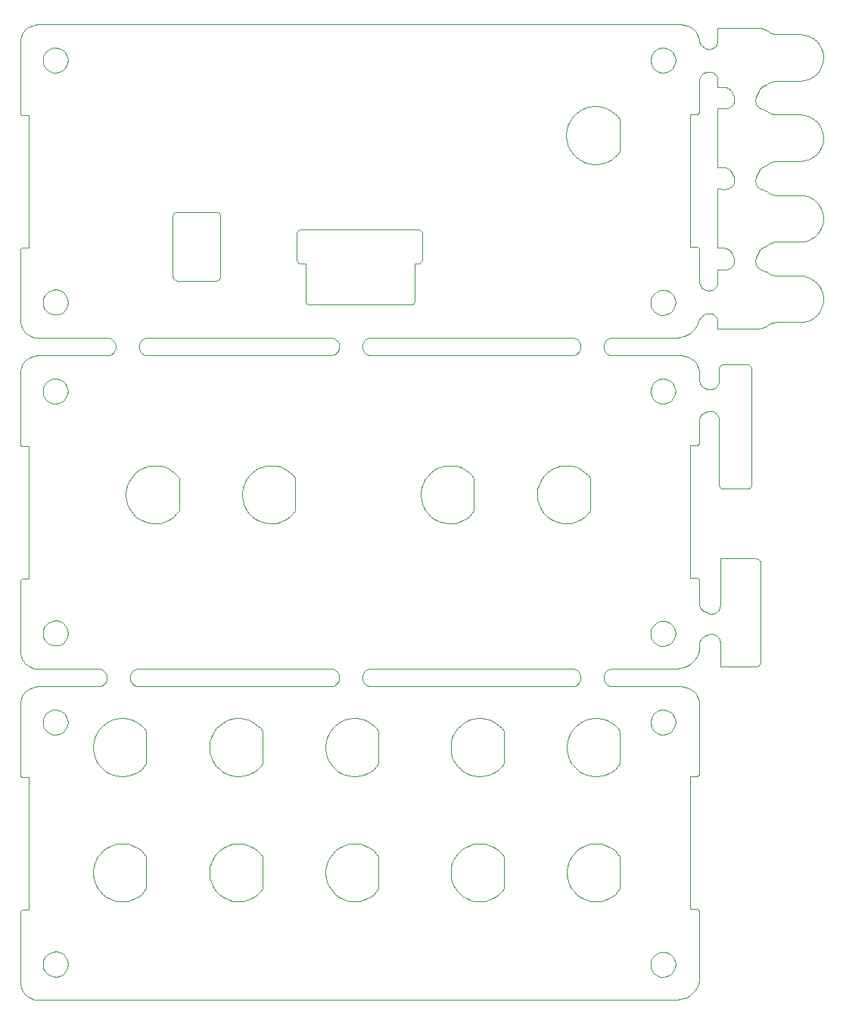
<source format=gko>
%MOIN*%
%OFA0B0*%
%FSLAX44Y44*%
%IPPOS*%
%LPD*%
%ADD10C,0*%
D10*
X00030732Y00040447D02*
X00030732Y00040447D01*
X00030732Y00040165D01*
X00030991Y00040165D01*
X00031013Y00040164D01*
X00031034Y00040163D01*
X00031056Y00040160D01*
X00031078Y00040155D01*
X00031099Y00040150D01*
X00031120Y00040143D01*
X00031140Y00040136D01*
X00031160Y00040127D01*
X00031180Y00040117D01*
X00031199Y00040106D01*
X00031217Y00040094D01*
X00031234Y00040081D01*
X00031251Y00040067D01*
X00031267Y00040052D01*
X00031282Y00040036D01*
X00031297Y00040019D01*
X00031310Y00040002D01*
X00031322Y00039984D01*
X00031334Y00039965D01*
X00031344Y00039946D01*
X00031422Y00039788D01*
X00031438Y00039751D01*
X00031450Y00039713D01*
X00031458Y00039674D01*
X00031462Y00039634D01*
X00031462Y00039594D01*
X00031458Y00039555D01*
X00031450Y00039515D01*
X00031438Y00039477D01*
X00031423Y00039441D01*
X00031403Y00039406D01*
X00031381Y00039373D01*
X00031355Y00039342D01*
X00031326Y00039315D01*
X00031294Y00039290D01*
X00031260Y00039269D01*
X00031224Y00039252D01*
X00031187Y00039238D01*
X00031148Y00039228D01*
X00031109Y00039222D01*
X00031069Y00039220D01*
X00030732Y00039220D01*
X00030732Y00036622D01*
X00030991Y00036622D01*
X00031013Y00036621D01*
X00031034Y00036619D01*
X00031056Y00036616D01*
X00031078Y00036612D01*
X00031099Y00036607D01*
X00031120Y00036600D01*
X00031140Y00036592D01*
X00031160Y00036583D01*
X00031180Y00036574D01*
X00031199Y00036562D01*
X00031217Y00036550D01*
X00031234Y00036537D01*
X00031251Y00036523D01*
X00031267Y00036508D01*
X00031282Y00036493D01*
X00031297Y00036476D01*
X00031310Y00036459D01*
X00031322Y00036441D01*
X00031334Y00036422D01*
X00031344Y00036402D01*
X00031422Y00036245D01*
X00031438Y00036208D01*
X00031450Y00036170D01*
X00031458Y00036131D01*
X00031462Y00036091D01*
X00031462Y00036051D01*
X00031458Y00036011D01*
X00031450Y00035972D01*
X00031438Y00035934D01*
X00031423Y00035897D01*
X00031403Y00035862D01*
X00031381Y00035829D01*
X00031355Y00035799D01*
X00031326Y00035772D01*
X00031294Y00035747D01*
X00031260Y00035726D01*
X00031224Y00035708D01*
X00031187Y00035694D01*
X00031148Y00035684D01*
X00031109Y00035678D01*
X00031069Y00035676D01*
X00030732Y00035677D01*
X00030732Y00033078D01*
X00030991Y00033078D01*
X00031013Y00033078D01*
X00031034Y00033076D01*
X00031056Y00033073D01*
X00031078Y00033069D01*
X00031099Y00033063D01*
X00031120Y00033057D01*
X00031140Y00033049D01*
X00031160Y00033040D01*
X00031180Y00033030D01*
X00031199Y00033019D01*
X00031217Y00033007D01*
X00031234Y00032994D01*
X00031251Y00032980D01*
X00031267Y00032965D01*
X00031282Y00032949D01*
X00031297Y00032933D01*
X00031310Y00032915D01*
X00031322Y00032897D01*
X00031334Y00032879D01*
X00031344Y00032859D01*
X00031422Y00032701D01*
X00031438Y00032665D01*
X00031450Y00032627D01*
X00031458Y00032587D01*
X00031462Y00032548D01*
X00031462Y00032508D01*
X00031458Y00032468D01*
X00031450Y00032429D01*
X00031438Y00032391D01*
X00031423Y00032354D01*
X00031403Y00032319D01*
X00031381Y00032286D01*
X00031355Y00032256D01*
X00031326Y00032228D01*
X00031294Y00032204D01*
X00031260Y00032183D01*
X00031224Y00032165D01*
X00031187Y00032151D01*
X00031148Y00032141D01*
X00031109Y00032135D01*
X00031069Y00032133D01*
X00030732Y00032133D01*
X00030732Y00031600D01*
X00030730Y00031563D01*
X00030725Y00031526D01*
X00030716Y00031490D01*
X00030704Y00031455D01*
X00030689Y00031421D01*
X00030671Y00031389D01*
X00030649Y00031358D01*
X00030625Y00031330D01*
X00030598Y00031304D01*
X00030570Y00031281D01*
X00030539Y00031261D01*
X00030506Y00031243D01*
X00030471Y00031229D01*
X00030436Y00031218D01*
X00030400Y00031211D01*
X00030363Y00031207D01*
X00030326Y00031206D01*
X00030289Y00031209D01*
X00030252Y00031215D01*
X00030216Y00031225D01*
X00030189Y00031234D01*
X00030166Y00031242D01*
X00030143Y00031252D01*
X00030121Y00031263D01*
X00030100Y00031276D01*
X00030079Y00031290D01*
X00030060Y00031305D01*
X00030041Y00031321D01*
X00030024Y00031339D01*
X00030007Y00031358D01*
X00029992Y00031377D01*
X00029978Y00031398D01*
X00029966Y00031419D01*
X00029954Y00031441D01*
X00029944Y00031464D01*
X00029936Y00031487D01*
X00029929Y00031511D01*
X00029924Y00031535D01*
X00029920Y00031559D01*
X00029918Y00031584D01*
X00029917Y00031609D01*
X00029917Y00033007D01*
X00029915Y00033026D01*
X00029911Y00033044D01*
X00029904Y00033061D01*
X00029894Y00033077D01*
X00029882Y00033091D01*
X00029868Y00033103D01*
X00029852Y00033113D01*
X00029835Y00033120D01*
X00029817Y00033124D01*
X00029799Y00033125D01*
X00029527Y00033125D01*
X00029527Y00038968D01*
X00029799Y00038968D01*
X00029817Y00038969D01*
X00029835Y00038974D01*
X00029852Y00038981D01*
X00029868Y00038991D01*
X00029882Y00039003D01*
X00029894Y00039017D01*
X00029904Y00039032D01*
X00029911Y00039050D01*
X00029915Y00039068D01*
X00029917Y00039086D01*
X00029917Y00040438D01*
X00029918Y00040462D01*
X00029920Y00040487D01*
X00029924Y00040512D01*
X00029929Y00040536D01*
X00029936Y00040559D01*
X00029944Y00040583D01*
X00029954Y00040605D01*
X00029966Y00040627D01*
X00029978Y00040649D01*
X00029992Y00040669D01*
X00030007Y00040689D01*
X00030024Y00040707D01*
X00030041Y00040725D01*
X00030060Y00040741D01*
X00030079Y00040756D01*
X00030100Y00040770D01*
X00030121Y00040783D01*
X00030143Y00040794D01*
X00030166Y00040804D01*
X00030189Y00040812D01*
X00030216Y00040821D01*
X00030252Y00040831D01*
X00030289Y00040837D01*
X00030326Y00040840D01*
X00030363Y00040840D01*
X00030400Y00040836D01*
X00030436Y00040828D01*
X00030471Y00040817D01*
X00030506Y00040803D01*
X00030539Y00040786D01*
X00030570Y00040765D01*
X00030598Y00040742D01*
X00030625Y00040716D01*
X00030649Y00040688D01*
X00030671Y00040658D01*
X00030689Y00040625D01*
X00030704Y00040592D01*
X00030716Y00040557D01*
X00030725Y00040520D01*
X00030730Y00040484D01*
X00030732Y00040447D01*
X00028344Y00030134D02*
X00028344Y00030134D01*
X00028225Y00030141D01*
X00028110Y00030173D01*
X00028005Y00030228D01*
X00027914Y00030305D01*
X00027842Y00030400D01*
X00027792Y00030509D01*
X00027767Y00030625D01*
X00027767Y00030744D01*
X00027792Y00030861D01*
X00027842Y00030969D01*
X00027914Y00031064D01*
X00028005Y00031141D01*
X00028110Y00031197D01*
X00028225Y00031228D01*
X00028344Y00031235D01*
X00028462Y00031216D01*
X00028573Y00031172D01*
X00028671Y00031105D01*
X00028753Y00031018D01*
X00028815Y00030916D01*
X00028853Y00030803D01*
X00028866Y00030685D01*
X00028853Y00030566D01*
X00028815Y00030453D01*
X00028753Y00030351D01*
X00028671Y00030264D01*
X00028573Y00030198D01*
X00028462Y00030153D01*
X00028344Y00030134D01*
X00001582Y00030144D02*
X00001582Y00030144D01*
X00001463Y00030150D01*
X00001349Y00030182D01*
X00001243Y00030238D01*
X00001152Y00030315D01*
X00001080Y00030410D01*
X00001030Y00030518D01*
X00001005Y00030635D01*
X00001005Y00030754D01*
X00001030Y00030870D01*
X00001080Y00030979D01*
X00001152Y00031073D01*
X00001243Y00031151D01*
X00001349Y00031206D01*
X00001463Y00031238D01*
X00001582Y00031245D01*
X00001700Y00031225D01*
X00001811Y00031181D01*
X00001909Y00031114D01*
X00001991Y00031028D01*
X00002053Y00030926D01*
X00002091Y00030813D01*
X00002104Y00030694D01*
X00002091Y00030576D01*
X00002053Y00030463D01*
X00001991Y00030361D01*
X00001909Y00030274D01*
X00001811Y00030207D01*
X00001700Y00030163D01*
X00001582Y00030144D01*
X00012769Y00030579D02*
X00012769Y00030579D01*
X00012738Y00030581D01*
X00012708Y00030589D01*
X00012680Y00030601D01*
X00012654Y00030617D01*
X00012630Y00030637D01*
X00012610Y00030660D01*
X00012594Y00030687D01*
X00012582Y00030715D01*
X00012575Y00030745D01*
X00012572Y00030776D01*
X00012572Y00032398D01*
X00012376Y00032398D01*
X00012345Y00032400D01*
X00012315Y00032408D01*
X00012286Y00032419D01*
X00012260Y00032436D01*
X00012236Y00032456D01*
X00012216Y00032479D01*
X00012200Y00032505D01*
X00012188Y00032534D01*
X00012181Y00032564D01*
X00012179Y00032595D01*
X00012179Y00033689D01*
X00012181Y00033720D01*
X00012188Y00033750D01*
X00012200Y00033779D01*
X00012216Y00033805D01*
X00012236Y00033828D01*
X00012260Y00033849D01*
X00012286Y00033865D01*
X00012315Y00033877D01*
X00012345Y00033884D01*
X00012376Y00033886D01*
X00017513Y00033886D01*
X00017544Y00033884D01*
X00017574Y00033877D01*
X00017603Y00033865D01*
X00017629Y00033849D01*
X00017653Y00033828D01*
X00017673Y00033805D01*
X00017689Y00033779D01*
X00017701Y00033750D01*
X00017708Y00033720D01*
X00017710Y00033689D01*
X00017710Y00032595D01*
X00017708Y00032564D01*
X00017701Y00032534D01*
X00017689Y00032505D01*
X00017673Y00032479D01*
X00017653Y00032456D01*
X00017629Y00032436D01*
X00017603Y00032419D01*
X00017574Y00032408D01*
X00017544Y00032400D01*
X00017513Y00032398D01*
X00017376Y00032398D01*
X00017376Y00030776D01*
X00017373Y00030745D01*
X00017366Y00030715D01*
X00017354Y00030687D01*
X00017338Y00030660D01*
X00017318Y00030637D01*
X00017294Y00030617D01*
X00017268Y00030601D01*
X00017240Y00030589D01*
X00017210Y00030581D01*
X00017179Y00030579D01*
X00012769Y00030579D01*
X00008635Y00031642D02*
X00008635Y00031642D01*
X00006923Y00031642D01*
X00006892Y00031644D01*
X00006862Y00031652D01*
X00006833Y00031664D01*
X00006807Y00031680D01*
X00006784Y00031700D01*
X00006764Y00031723D01*
X00006747Y00031750D01*
X00006736Y00031778D01*
X00006728Y00031808D01*
X00006726Y00031839D01*
X00006726Y00034477D01*
X00006728Y00034507D01*
X00006736Y00034538D01*
X00006747Y00034566D01*
X00006764Y00034592D01*
X00006784Y00034616D01*
X00006807Y00034636D01*
X00006833Y00034652D01*
X00006862Y00034664D01*
X00006892Y00034671D01*
X00006923Y00034674D01*
X00008635Y00034674D01*
X00008666Y00034671D01*
X00008696Y00034664D01*
X00008725Y00034652D01*
X00008751Y00034636D01*
X00008775Y00034616D01*
X00008795Y00034592D01*
X00008811Y00034566D01*
X00008823Y00034538D01*
X00008830Y00034507D01*
X00008832Y00034477D01*
X00008832Y00031839D01*
X00008830Y00031808D01*
X00008823Y00031778D01*
X00008811Y00031750D01*
X00008795Y00031723D01*
X00008775Y00031700D01*
X00008751Y00031680D01*
X00008725Y00031664D01*
X00008696Y00031652D01*
X00008666Y00031644D01*
X00008635Y00031642D01*
X00025421Y00036764D02*
X00025421Y00036764D01*
X00025253Y00036764D01*
X00025087Y00036786D01*
X00024926Y00036830D01*
X00024771Y00036894D01*
X00024627Y00036978D01*
X00024494Y00037080D01*
X00024376Y00037198D01*
X00024274Y00037331D01*
X00024190Y00037476D01*
X00024126Y00037630D01*
X00024083Y00037792D01*
X00024061Y00037958D01*
X00024061Y00038125D01*
X00024083Y00038291D01*
X00024126Y00038452D01*
X00024190Y00038607D01*
X00024274Y00038752D01*
X00024376Y00038885D01*
X00024494Y00039003D01*
X00024627Y00039105D01*
X00024771Y00039189D01*
X00024926Y00039253D01*
X00025087Y00039296D01*
X00025253Y00039318D01*
X00025421Y00039318D01*
X00025587Y00039297D01*
X00025748Y00039254D01*
X00025903Y00039190D01*
X00026048Y00039106D01*
X00026181Y00039005D01*
X00026299Y00038887D01*
X00026401Y00038754D01*
X00026401Y00037329D01*
X00026299Y00037196D01*
X00026181Y00037078D01*
X00026048Y00036976D01*
X00025903Y00036893D01*
X00025748Y00036829D01*
X00025587Y00036786D01*
X00025421Y00036764D01*
X00028354Y00040794D02*
X00028354Y00040794D01*
X00028235Y00040800D01*
X00028120Y00040832D01*
X00028015Y00040888D01*
X00027924Y00040965D01*
X00027852Y00041060D01*
X00027802Y00041168D01*
X00027776Y00041284D01*
X00027776Y00041404D01*
X00027802Y00041520D01*
X00027852Y00041628D01*
X00027924Y00041723D01*
X00028015Y00041800D01*
X00028120Y00041856D01*
X00028235Y00041888D01*
X00028354Y00041894D01*
X00028472Y00041875D01*
X00028582Y00041831D01*
X00028681Y00041764D01*
X00028763Y00041678D01*
X00028825Y00041575D01*
X00028863Y00041462D01*
X00028875Y00041344D01*
X00028875Y00041344D01*
X00028863Y00041226D01*
X00028825Y00041113D01*
X00028763Y00041010D01*
X00028681Y00040924D01*
X00028582Y00040857D01*
X00028472Y00040813D01*
X00028354Y00040794D01*
X00001582Y00040794D02*
X00001582Y00040794D01*
X00001463Y00040800D01*
X00001349Y00040832D01*
X00001243Y00040888D01*
X00001152Y00040965D01*
X00001080Y00041060D01*
X00001030Y00041168D01*
X00001005Y00041284D01*
X00001005Y00041404D01*
X00001030Y00041520D01*
X00001080Y00041628D01*
X00001152Y00041723D01*
X00001243Y00041800D01*
X00001349Y00041856D01*
X00001463Y00041888D01*
X00001582Y00041894D01*
X00001700Y00041875D01*
X00001811Y00041831D01*
X00001909Y00041764D01*
X00001991Y00041678D01*
X00002053Y00041575D01*
X00002091Y00041462D01*
X00002104Y00041344D01*
X00002104Y00041344D01*
X00002091Y00041226D01*
X00002053Y00041113D01*
X00001991Y00041010D01*
X00001909Y00040924D01*
X00001811Y00040857D01*
X00001700Y00040813D01*
X00001582Y00040794D01*
X00026097Y00029137D02*
X00026097Y00029137D01*
X00028937Y00029137D01*
X00029090Y00029149D01*
X00029239Y00029185D01*
X00029382Y00029244D01*
X00029513Y00029325D01*
X00029630Y00029424D01*
X00029730Y00029541D01*
X00029810Y00029673D01*
X00029869Y00029815D01*
X00029872Y00029829D01*
X00029875Y00029840D01*
X00029878Y00029850D01*
X00029881Y00029861D01*
X00029885Y00029872D01*
X00029889Y00029882D01*
X00029893Y00029893D01*
X00029898Y00029903D01*
X00029903Y00029913D01*
X00029908Y00029923D01*
X00029913Y00029933D01*
X00029919Y00029942D01*
X00029925Y00029952D01*
X00029931Y00029961D01*
X00029938Y00029970D01*
X00029945Y00029979D01*
X00029952Y00029988D01*
X00029959Y00029996D01*
X00029966Y00030005D01*
X00029974Y00030013D01*
X00029982Y00030021D01*
X00030065Y00030101D01*
X00030100Y00030130D01*
X00030138Y00030156D01*
X00030179Y00030177D01*
X00030222Y00030193D01*
X00030267Y00030204D01*
X00030313Y00030210D01*
X00030359Y00030210D01*
X00030404Y00030205D01*
X00030449Y00030195D01*
X00030492Y00030179D01*
X00030533Y00030159D01*
X00030572Y00030133D01*
X00030607Y00030104D01*
X00030639Y00030071D01*
X00030667Y00030034D01*
X00030690Y00029994D01*
X00030708Y00029952D01*
X00030721Y00029908D01*
X00030729Y00029863D01*
X00030732Y00029817D01*
X00030732Y00029535D01*
X00032523Y00029536D01*
X00032569Y00029539D01*
X00032616Y00029544D01*
X00032662Y00029553D01*
X00032707Y00029564D01*
X00032751Y00029578D01*
X00032795Y00029595D01*
X00032837Y00029615D01*
X00032879Y00029637D01*
X00032918Y00029662D01*
X00032956Y00029689D01*
X00032989Y00029712D01*
X00033024Y00029732D01*
X00033059Y00029751D01*
X00033096Y00029767D01*
X00033133Y00029781D01*
X00033172Y00029792D01*
X00033211Y00029801D01*
X00033250Y00029807D01*
X00033290Y00029811D01*
X00033330Y00029812D01*
X00034354Y00029812D01*
X00034354Y00029811D01*
X00034522Y00029825D01*
X00034686Y00029867D01*
X00034841Y00029935D01*
X00034982Y00030027D01*
X00035107Y00030142D01*
X00035210Y00030275D01*
X00035291Y00030424D01*
X00035346Y00030583D01*
X00035373Y00030750D01*
X00035373Y00030919D01*
X00035346Y00031086D01*
X00035291Y00031246D01*
X00035210Y00031394D01*
X00035107Y00031528D01*
X00034982Y00031642D01*
X00034841Y00031734D01*
X00034686Y00031802D01*
X00034522Y00031844D01*
X00034354Y00031858D01*
X00033330Y00031858D01*
X00033289Y00031859D01*
X00033248Y00031863D01*
X00033208Y00031869D01*
X00033168Y00031879D01*
X00033129Y00031890D01*
X00033090Y00031905D01*
X00033053Y00031921D01*
X00033017Y00031940D01*
X00032982Y00031962D01*
X00032948Y00031986D01*
X00032911Y00032012D01*
X00032872Y00032035D01*
X00032831Y00032057D01*
X00032789Y00032076D01*
X00032747Y00032092D01*
X00032703Y00032105D01*
X00032692Y00032108D01*
X00032659Y00032117D01*
X00032627Y00032130D01*
X00032596Y00032145D01*
X00032567Y00032163D01*
X00032539Y00032184D01*
X00032513Y00032207D01*
X00032489Y00032232D01*
X00032468Y00032259D01*
X00032448Y00032287D01*
X00032432Y00032318D01*
X00032418Y00032349D01*
X00032407Y00032382D01*
X00032399Y00032416D01*
X00032394Y00032450D01*
X00032392Y00032485D01*
X00032393Y00032519D01*
X00032397Y00032553D01*
X00032404Y00032587D01*
X00032414Y00032620D01*
X00032427Y00032652D01*
X00032549Y00032922D01*
X00032555Y00032936D01*
X00032562Y00032949D01*
X00032570Y00032962D01*
X00032578Y00032975D01*
X00032587Y00032988D01*
X00032596Y00033000D01*
X00032605Y00033012D01*
X00032615Y00033024D01*
X00032626Y00033035D01*
X00032637Y00033045D01*
X00032648Y00033056D01*
X00032659Y00033066D01*
X00032672Y00033075D01*
X00032684Y00033084D01*
X00032697Y00033092D01*
X00032710Y00033100D01*
X00032723Y00033108D01*
X00032737Y00033114D01*
X00032751Y00033121D01*
X00032765Y00033127D01*
X00032795Y00033138D01*
X00032837Y00033158D01*
X00032879Y00033180D01*
X00032918Y00033205D01*
X00032956Y00033233D01*
X00032989Y00033255D01*
X00033024Y00033276D01*
X00033059Y00033294D01*
X00033096Y00033310D01*
X00033133Y00033324D01*
X00033172Y00033335D01*
X00033211Y00033344D01*
X00033250Y00033350D01*
X00033290Y00033354D01*
X00033330Y00033355D01*
X00034354Y00033355D01*
X00034354Y00033355D01*
X00034522Y00033369D01*
X00034686Y00033410D01*
X00034841Y00033478D01*
X00034982Y00033571D01*
X00035107Y00033685D01*
X00035210Y00033818D01*
X00035291Y00033967D01*
X00035346Y00034127D01*
X00035373Y00034293D01*
X00035373Y00034462D01*
X00035346Y00034629D01*
X00035291Y00034789D01*
X00035210Y00034938D01*
X00035107Y00035071D01*
X00034982Y00035185D01*
X00034841Y00035278D01*
X00034686Y00035346D01*
X00034522Y00035387D01*
X00034354Y00035401D01*
X00033330Y00035401D01*
X00033289Y00035402D01*
X00033248Y00035406D01*
X00033208Y00035413D01*
X00033168Y00035422D01*
X00033129Y00035434D01*
X00033090Y00035448D01*
X00033053Y00035465D01*
X00033017Y00035484D01*
X00032982Y00035505D01*
X00032948Y00035529D01*
X00032911Y00035555D01*
X00032872Y00035579D01*
X00032831Y00035600D01*
X00032789Y00035619D01*
X00032747Y00035635D01*
X00032703Y00035649D01*
X00032692Y00035651D01*
X00032659Y00035661D01*
X00032627Y00035673D01*
X00032596Y00035689D01*
X00032567Y00035707D01*
X00032539Y00035727D01*
X00032513Y00035750D01*
X00032489Y00035775D01*
X00032468Y00035802D01*
X00032448Y00035831D01*
X00032432Y00035861D01*
X00032418Y00035893D01*
X00032407Y00035926D01*
X00032399Y00035959D01*
X00032394Y00035993D01*
X00032392Y00036028D01*
X00032393Y00036062D01*
X00032397Y00036097D01*
X00032404Y00036130D01*
X00032414Y00036164D01*
X00032427Y00036196D01*
X00032549Y00036465D01*
X00032555Y00036479D01*
X00032562Y00036492D01*
X00032570Y00036506D01*
X00032578Y00036519D01*
X00032587Y00036531D01*
X00032596Y00036543D01*
X00032605Y00036555D01*
X00032615Y00036567D01*
X00032626Y00036578D01*
X00032637Y00036589D01*
X00032648Y00036599D01*
X00032659Y00036609D01*
X00032672Y00036618D01*
X00032684Y00036627D01*
X00032697Y00036636D01*
X00032710Y00036643D01*
X00032723Y00036651D01*
X00032737Y00036658D01*
X00032751Y00036664D01*
X00032765Y00036670D01*
X00032795Y00036682D01*
X00032837Y00036701D01*
X00032879Y00036724D01*
X00032918Y00036749D01*
X00032956Y00036776D01*
X00032989Y00036799D01*
X00033024Y00036819D01*
X00033059Y00036837D01*
X00033096Y00036853D01*
X00033133Y00036867D01*
X00033172Y00036878D01*
X00033211Y00036887D01*
X00033250Y00036894D01*
X00033290Y00036897D01*
X00033330Y00036899D01*
X00034354Y00036899D01*
X00034354Y00036898D01*
X00034522Y00036912D01*
X00034686Y00036954D01*
X00034841Y00037021D01*
X00034982Y00037114D01*
X00035107Y00037228D01*
X00035210Y00037362D01*
X00035291Y00037510D01*
X00035346Y00037670D01*
X00035373Y00037837D01*
X00035373Y00038006D01*
X00035346Y00038172D01*
X00035291Y00038332D01*
X00035210Y00038481D01*
X00035107Y00038614D01*
X00034982Y00038729D01*
X00034841Y00038821D01*
X00034686Y00038889D01*
X00034522Y00038930D01*
X00034354Y00038944D01*
X00033330Y00038944D01*
X00033289Y00038946D01*
X00033248Y00038950D01*
X00033208Y00038956D01*
X00033168Y00038965D01*
X00033129Y00038977D01*
X00033090Y00038991D01*
X00033053Y00039008D01*
X00033017Y00039027D01*
X00032982Y00039048D01*
X00032948Y00039072D01*
X00032911Y00039098D01*
X00032872Y00039122D01*
X00032831Y00039143D01*
X00032789Y00039162D01*
X00032747Y00039178D01*
X00032703Y00039192D01*
X00032692Y00039194D01*
X00032659Y00039204D01*
X00032627Y00039217D01*
X00032596Y00039232D01*
X00032567Y00039250D01*
X00032539Y00039270D01*
X00032513Y00039293D01*
X00032489Y00039318D01*
X00032468Y00039345D01*
X00032448Y00039374D01*
X00032432Y00039404D01*
X00032418Y00039436D01*
X00032407Y00039469D01*
X00032399Y00039502D01*
X00032394Y00039537D01*
X00032392Y00039571D01*
X00032393Y00039606D01*
X00032397Y00039640D01*
X00032404Y00039674D01*
X00032414Y00039707D01*
X00032427Y00039739D01*
X00032549Y00040008D01*
X00032555Y00040022D01*
X00032562Y00040036D01*
X00032570Y00040049D01*
X00032578Y00040062D01*
X00032587Y00040074D01*
X00032596Y00040087D01*
X00032605Y00040099D01*
X00032615Y00040110D01*
X00032626Y00040121D01*
X00032637Y00040132D01*
X00032648Y00040142D01*
X00032659Y00040152D01*
X00032672Y00040162D01*
X00032684Y00040170D01*
X00032697Y00040179D01*
X00032710Y00040187D01*
X00032723Y00040194D01*
X00032737Y00040201D01*
X00032751Y00040207D01*
X00032765Y00040213D01*
X00032795Y00040225D01*
X00032837Y00040245D01*
X00032879Y00040267D01*
X00032918Y00040292D01*
X00032956Y00040319D01*
X00032989Y00040342D01*
X00033024Y00040362D01*
X00033059Y00040381D01*
X00033096Y00040397D01*
X00033133Y00040410D01*
X00033172Y00040422D01*
X00033211Y00040431D01*
X00033250Y00040437D01*
X00033290Y00040441D01*
X00033330Y00040442D01*
X00034354Y00040442D01*
X00034354Y00040441D01*
X00034522Y00040455D01*
X00034686Y00040497D01*
X00034841Y00040565D01*
X00034982Y00040657D01*
X00035107Y00040772D01*
X00035210Y00040905D01*
X00035291Y00041054D01*
X00035346Y00041213D01*
X00035373Y00041380D01*
X00035373Y00041549D01*
X00035346Y00041716D01*
X00035291Y00041876D01*
X00035210Y00042024D01*
X00035107Y00042158D01*
X00034982Y00042272D01*
X00034841Y00042364D01*
X00034686Y00042432D01*
X00034522Y00042474D01*
X00034354Y00042488D01*
X00033330Y00042488D01*
X00033289Y00042489D01*
X00033248Y00042493D01*
X00033208Y00042499D01*
X00033168Y00042509D01*
X00033129Y00042520D01*
X00033090Y00042535D01*
X00033053Y00042551D01*
X00033017Y00042570D01*
X00032982Y00042592D01*
X00032948Y00042615D01*
X00032911Y00042642D01*
X00032872Y00042665D01*
X00032831Y00042687D01*
X00032789Y00042705D01*
X00032747Y00042722D01*
X00032703Y00042735D01*
X00032658Y00042746D01*
X00032613Y00042754D01*
X00032568Y00042759D01*
X00032522Y00042762D01*
X00030732Y00042763D01*
X00030732Y00042229D01*
X00030729Y00042184D01*
X00030721Y00042138D01*
X00030708Y00042094D01*
X00030690Y00042052D01*
X00030666Y00042012D01*
X00030639Y00041975D01*
X00030607Y00041942D01*
X00030572Y00041913D01*
X00030533Y00041888D01*
X00030492Y00041867D01*
X00030449Y00041852D01*
X00030404Y00041841D01*
X00030358Y00041836D01*
X00030312Y00041837D01*
X00030267Y00041842D01*
X00030222Y00041853D01*
X00030179Y00041869D01*
X00030138Y00041890D01*
X00030100Y00041916D01*
X00030065Y00041946D01*
X00030028Y00041982D01*
X00030017Y00041992D01*
X00030008Y00042002D01*
X00029998Y00042013D01*
X00029989Y00042024D01*
X00029981Y00042036D01*
X00029973Y00042048D01*
X00029965Y00042060D01*
X00029958Y00042072D01*
X00029951Y00042085D01*
X00029945Y00042097D01*
X00029939Y00042110D01*
X00029933Y00042124D01*
X00029929Y00042137D01*
X00029924Y00042151D01*
X00029920Y00042164D01*
X00029917Y00042178D01*
X00029914Y00042192D01*
X00029912Y00042206D01*
X00029910Y00042220D01*
X00029908Y00042235D01*
X00029907Y00042249D01*
X00029878Y00042369D01*
X00029831Y00042483D01*
X00029766Y00042588D01*
X00029686Y00042682D01*
X00029592Y00042763D01*
X00029487Y00042827D01*
X00029373Y00042874D01*
X00029253Y00042903D01*
X00029129Y00042913D01*
X00000787Y00042913D01*
X00000664Y00042903D01*
X00000544Y00042874D01*
X00000429Y00042827D01*
X00000324Y00042763D01*
X00000230Y00042682D01*
X00000150Y00042588D01*
X00000085Y00042483D01*
X00000038Y00042369D01*
X00000009Y00042249D01*
X00000000Y00042125D01*
X00000000Y00039047D01*
X00000001Y00039028D01*
X00000005Y00039010D01*
X00000012Y00038993D01*
X00000022Y00038977D01*
X00000034Y00038963D01*
X00000048Y00038951D01*
X00000064Y00038942D01*
X00000081Y00038934D01*
X00000099Y00038930D01*
X00000118Y00038929D01*
X00000389Y00038929D01*
X00000389Y00033086D01*
X00000118Y00033086D01*
X00000099Y00033085D01*
X00000081Y00033080D01*
X00000064Y00033073D01*
X00000048Y00033064D01*
X00000034Y00033052D01*
X00000022Y00033037D01*
X00000012Y00033022D01*
X00000005Y00033005D01*
X00000001Y00032986D01*
X00000000Y00032968D01*
X00000000Y00029921D01*
X00000009Y00029798D01*
X00000038Y00029677D01*
X00000085Y00029563D01*
X00000150Y00029458D01*
X00000230Y00029364D01*
X00000324Y00029284D01*
X00000429Y00029219D01*
X00000544Y00029172D01*
X00000664Y00029143D01*
X00000787Y00029133D01*
X00003822Y00029134D01*
X00003822Y00029134D01*
X00003863Y00029132D01*
X00003904Y00029125D01*
X00003943Y00029115D01*
X00003982Y00029100D01*
X00004018Y00029081D01*
X00004053Y00029059D01*
X00004085Y00029033D01*
X00004114Y00029005D01*
X00004140Y00028973D01*
X00004162Y00028938D01*
X00004181Y00028902D01*
X00004196Y00028864D01*
X00004207Y00028824D01*
X00004213Y00028784D01*
X00004216Y00028743D01*
X00004214Y00028702D01*
X00004208Y00028661D01*
X00004197Y00028621D01*
X00004183Y00028583D01*
X00004165Y00028546D01*
X00004164Y00028546D01*
X00004154Y00028528D01*
X00004142Y00028511D01*
X00004130Y00028494D01*
X00004116Y00028478D01*
X00004102Y00028463D01*
X00004087Y00028449D01*
X00004071Y00028435D01*
X00004055Y00028422D01*
X00004038Y00028410D01*
X00004020Y00028400D01*
X00004002Y00028390D01*
X00003983Y00028381D01*
X00003964Y00028373D01*
X00003944Y00028366D01*
X00003925Y00028360D01*
X00003904Y00028355D01*
X00003884Y00028351D01*
X00003863Y00028348D01*
X00003843Y00028347D01*
X00003822Y00028346D01*
X00003822Y00028346D01*
X00000787Y00028346D01*
X00000664Y00028336D01*
X00000544Y00028307D01*
X00000429Y00028260D01*
X00000324Y00028196D01*
X00000230Y00028115D01*
X00000150Y00028021D01*
X00000085Y00027916D01*
X00000038Y00027802D01*
X00000009Y00027682D01*
X00000000Y00027559D01*
X00000000Y00024480D01*
X00000001Y00024461D01*
X00000005Y00024443D01*
X00000012Y00024426D01*
X00000022Y00024410D01*
X00000034Y00024396D01*
X00000048Y00024384D01*
X00000064Y00024375D01*
X00000081Y00024367D01*
X00000099Y00024363D01*
X00000118Y00024362D01*
X00000389Y00024362D01*
X00000389Y00018519D01*
X00000118Y00018519D01*
X00000099Y00018518D01*
X00000081Y00018513D01*
X00000064Y00018506D01*
X00000048Y00018497D01*
X00000034Y00018485D01*
X00000022Y00018471D01*
X00000012Y00018455D01*
X00000005Y00018438D01*
X00000001Y00018420D01*
X00000000Y00018401D01*
X00000000Y00015354D01*
X00000009Y00015231D01*
X00000038Y00015111D01*
X00000085Y00014996D01*
X00000150Y00014891D01*
X00000230Y00014797D01*
X00000324Y00014717D01*
X00000429Y00014652D01*
X00000544Y00014605D01*
X00000664Y00014576D01*
X00000787Y00014566D01*
X00003428Y00014567D01*
X00003470Y00014565D01*
X00003510Y00014558D01*
X00003550Y00014547D01*
X00003589Y00014533D01*
X00003626Y00014514D01*
X00003660Y00014491D01*
X00003692Y00014465D01*
X00003722Y00014436D01*
X00003747Y00014404D01*
X00003770Y00014369D01*
X00003789Y00014332D01*
X00003803Y00014293D01*
X00003814Y00014253D01*
X00003820Y00014213D01*
X00003822Y00014171D01*
X00003820Y00014130D01*
X00003813Y00014089D01*
X00003802Y00014049D01*
X00003787Y00014011D01*
X00003768Y00013974D01*
X00003768Y00013974D01*
X00003757Y00013956D01*
X00003745Y00013940D01*
X00003733Y00013923D01*
X00003719Y00013908D01*
X00003705Y00013893D01*
X00003690Y00013879D01*
X00003675Y00013866D01*
X00003658Y00013853D01*
X00003641Y00013842D01*
X00003624Y00013831D01*
X00003606Y00013821D01*
X00003587Y00013813D01*
X00003568Y00013805D01*
X00003549Y00013798D01*
X00003529Y00013792D01*
X00003509Y00013788D01*
X00003489Y00013784D01*
X00003469Y00013781D01*
X00003449Y00013780D01*
X00003428Y00013779D01*
X00000787Y00013779D01*
X00000664Y00013769D01*
X00000544Y00013740D01*
X00000429Y00013693D01*
X00000324Y00013629D01*
X00000230Y00013548D01*
X00000150Y00013454D01*
X00000085Y00013349D01*
X00000038Y00013235D01*
X00000009Y00013115D01*
X00000000Y00012992D01*
X00000000Y00009913D01*
X00000001Y00009894D01*
X00000005Y00009876D01*
X00000012Y00009859D01*
X00000022Y00009843D01*
X00000034Y00009829D01*
X00000048Y00009817D01*
X00000064Y00009808D01*
X00000081Y00009801D01*
X00000099Y00009796D01*
X00000118Y00009795D01*
X00000389Y00009795D01*
X00000389Y00003952D01*
X00000118Y00003952D01*
X00000099Y00003951D01*
X00000081Y00003946D01*
X00000064Y00003939D01*
X00000048Y00003930D01*
X00000034Y00003918D01*
X00000022Y00003904D01*
X00000012Y00003888D01*
X00000005Y00003871D01*
X00000001Y00003853D01*
X00000000Y00003834D01*
X00000000Y00000787D01*
X00000009Y00000664D01*
X00000038Y00000544D01*
X00000085Y00000429D01*
X00000150Y00000324D01*
X00000230Y00000230D01*
X00000324Y00000150D01*
X00000429Y00000085D01*
X00000544Y00000038D01*
X00000664Y00000009D01*
X00000787Y00000000D01*
X00028937Y00000003D01*
X00029090Y00000016D01*
X00029239Y00000051D01*
X00029382Y00000110D01*
X00029513Y00000191D01*
X00029630Y00000291D01*
X00029730Y00000408D01*
X00029810Y00000539D01*
X00029869Y00000681D01*
X00029905Y00000830D01*
X00029917Y00000984D01*
X00029917Y00003874D01*
X00029915Y00003892D01*
X00029911Y00003910D01*
X00029904Y00003927D01*
X00029894Y00003943D01*
X00029882Y00003957D01*
X00029868Y00003969D01*
X00029852Y00003979D01*
X00029835Y00003986D01*
X00029817Y00003990D01*
X00029799Y00003992D01*
X00029527Y00003992D01*
X00029527Y00009834D01*
X00029799Y00009834D01*
X00029817Y00009836D01*
X00029835Y00009840D01*
X00029852Y00009847D01*
X00029868Y00009857D01*
X00029882Y00009869D01*
X00029894Y00009883D01*
X00029904Y00009899D01*
X00029911Y00009916D01*
X00029915Y00009934D01*
X00029917Y00009952D01*
X00029917Y00012992D01*
X00029907Y00013115D01*
X00029878Y00013235D01*
X00029831Y00013349D01*
X00029766Y00013454D01*
X00029686Y00013548D01*
X00029592Y00013629D01*
X00029487Y00013693D01*
X00029373Y00013740D01*
X00029253Y00013769D01*
X00029129Y00013779D01*
X00026098Y00013779D01*
X00026098Y00013779D01*
X00026075Y00013780D01*
X00026052Y00013782D01*
X00026030Y00013785D01*
X00026007Y00013790D01*
X00025985Y00013796D01*
X00025963Y00013803D01*
X00025942Y00013812D01*
X00025921Y00013821D01*
X00025901Y00013832D01*
X00025881Y00013845D01*
X00025862Y00013858D01*
X00025844Y00013872D01*
X00025827Y00013888D01*
X00025811Y00013904D01*
X00025796Y00013921D01*
X00025781Y00013939D01*
X00025768Y00013958D01*
X00025756Y00013978D01*
X00025745Y00013998D01*
X00025736Y00014019D01*
X00025734Y00014023D01*
X00025721Y00014059D01*
X00025711Y00014097D01*
X00025705Y00014135D01*
X00025703Y00014174D01*
X00025705Y00014213D01*
X00025710Y00014251D01*
X00025720Y00014289D01*
X00025733Y00014325D01*
X00025749Y00014360D01*
X00025769Y00014394D01*
X00025792Y00014425D01*
X00025818Y00014454D01*
X00025846Y00014480D01*
X00025877Y00014503D01*
X00025911Y00014523D01*
X00025946Y00014540D01*
X00025982Y00014553D01*
X00026020Y00014562D01*
X00026058Y00014568D01*
X00026097Y00014570D01*
X00026097Y00014570D01*
X00028937Y00014570D01*
X00029090Y00014582D01*
X00029239Y00014618D01*
X00029382Y00014677D01*
X00029513Y00014758D01*
X00029630Y00014857D01*
X00029730Y00014974D01*
X00029810Y00015106D01*
X00029869Y00015248D01*
X00029905Y00015397D01*
X00029917Y00015551D01*
X00029917Y00015635D01*
X00029917Y00015656D01*
X00029919Y00015678D01*
X00029922Y00015700D01*
X00029926Y00015721D01*
X00029932Y00015742D01*
X00029938Y00015763D01*
X00029946Y00015783D01*
X00029955Y00015803D01*
X00029965Y00015823D01*
X00029976Y00015842D01*
X00029988Y00015860D01*
X00030001Y00015877D01*
X00030014Y00015894D01*
X00030029Y00015910D01*
X00030045Y00015925D01*
X00030061Y00015939D01*
X00030079Y00015953D01*
X00030097Y00015965D01*
X00030115Y00015976D01*
X00030134Y00015987D01*
X00030268Y00016054D01*
X00030305Y00016070D01*
X00030343Y00016082D01*
X00030382Y00016090D01*
X00030422Y00016095D01*
X00030462Y00016095D01*
X00030502Y00016091D01*
X00030541Y00016083D01*
X00030579Y00016071D01*
X00030616Y00016056D01*
X00030651Y00016036D01*
X00030684Y00016014D01*
X00030715Y00015988D01*
X00030742Y00015959D01*
X00030767Y00015927D01*
X00030788Y00015893D01*
X00030806Y00015857D01*
X00030820Y00015820D01*
X00030830Y00015781D01*
X00030836Y00015742D01*
X00030838Y00015702D01*
X00030838Y00014669D01*
X00032421Y00014669D01*
X00032452Y00014671D01*
X00032482Y00014678D01*
X00032510Y00014690D01*
X00032536Y00014706D01*
X00032560Y00014726D01*
X00032580Y00014750D01*
X00032596Y00014776D01*
X00032608Y00014805D01*
X00032615Y00014835D01*
X00032618Y00014866D01*
X00032618Y00019216D01*
X00032615Y00019247D01*
X00032608Y00019277D01*
X00032596Y00019305D01*
X00032580Y00019332D01*
X00032560Y00019355D01*
X00032536Y00019375D01*
X00032510Y00019391D01*
X00032482Y00019403D01*
X00032452Y00019410D01*
X00032421Y00019413D01*
X00030838Y00019413D01*
X00030838Y00017368D01*
X00030836Y00017328D01*
X00030830Y00017289D01*
X00030820Y00017250D01*
X00030806Y00017213D01*
X00030788Y00017177D01*
X00030767Y00017143D01*
X00030742Y00017111D01*
X00030715Y00017082D01*
X00030684Y00017056D01*
X00030651Y00017033D01*
X00030616Y00017014D01*
X00030579Y00016999D01*
X00030541Y00016987D01*
X00030502Y00016979D01*
X00030462Y00016975D01*
X00030422Y00016975D01*
X00030382Y00016980D01*
X00030343Y00016988D01*
X00030305Y00017000D01*
X00030268Y00017016D01*
X00030134Y00017083D01*
X00030115Y00017093D01*
X00030097Y00017105D01*
X00030079Y00017117D01*
X00030061Y00017130D01*
X00030045Y00017145D01*
X00030029Y00017160D01*
X00030014Y00017176D01*
X00030001Y00017193D01*
X00029988Y00017210D01*
X00029976Y00017228D01*
X00029965Y00017247D01*
X00029955Y00017267D01*
X00029946Y00017287D01*
X00029938Y00017307D01*
X00029932Y00017328D01*
X00029926Y00017349D01*
X00029922Y00017370D01*
X00029919Y00017392D01*
X00029917Y00017414D01*
X00029917Y00017435D01*
X00029917Y00018440D01*
X00029915Y00018459D01*
X00029911Y00018477D01*
X00029904Y00018494D01*
X00029894Y00018510D01*
X00029882Y00018524D01*
X00029868Y00018536D01*
X00029852Y00018546D01*
X00029835Y00018553D01*
X00029817Y00018557D01*
X00029799Y00018559D01*
X00029527Y00018559D01*
X00029527Y00024401D01*
X00029799Y00024401D01*
X00029817Y00024403D01*
X00029835Y00024407D01*
X00029852Y00024414D01*
X00029868Y00024424D01*
X00029882Y00024436D01*
X00029894Y00024450D01*
X00029904Y00024466D01*
X00029911Y00024483D01*
X00029915Y00024501D01*
X00029917Y00024519D01*
X00029917Y00025477D01*
X00029917Y00025500D01*
X00029919Y00025522D01*
X00029923Y00025545D01*
X00029927Y00025567D01*
X00029933Y00025589D01*
X00029940Y00025611D01*
X00029949Y00025632D01*
X00029958Y00025653D01*
X00029969Y00025673D01*
X00029981Y00025692D01*
X00029994Y00025711D01*
X00030008Y00025729D01*
X00030023Y00025746D01*
X00030039Y00025762D01*
X00030056Y00025777D01*
X00030073Y00025791D01*
X00030092Y00025804D01*
X00030111Y00025817D01*
X00030131Y00025828D01*
X00030152Y00025837D01*
X00030230Y00025872D01*
X00030267Y00025886D01*
X00030304Y00025896D01*
X00030343Y00025903D01*
X00030382Y00025905D01*
X00030421Y00025904D01*
X00030460Y00025899D01*
X00030498Y00025890D01*
X00030535Y00025878D01*
X00030570Y00025861D01*
X00030604Y00025842D01*
X00030636Y00025819D01*
X00030665Y00025793D01*
X00030692Y00025764D01*
X00030715Y00025733D01*
X00030735Y00025699D01*
X00030752Y00025664D01*
X00030766Y00025627D01*
X00030775Y00025590D01*
X00030781Y00025551D01*
X00030783Y00025512D01*
X00030783Y00022679D01*
X00030783Y00022679D01*
X00030785Y00022648D01*
X00030793Y00022618D01*
X00030804Y00022589D01*
X00030821Y00022563D01*
X00030841Y00022539D01*
X00030864Y00022519D01*
X00030890Y00022503D01*
X00030919Y00022491D01*
X00030949Y00022484D01*
X00030980Y00022482D01*
X00032015Y00022482D01*
X00032015Y00022482D01*
X00032046Y00022484D01*
X00032076Y00022491D01*
X00032105Y00022503D01*
X00032131Y00022519D01*
X00032154Y00022539D01*
X00032175Y00022563D01*
X00032191Y00022589D01*
X00032202Y00022618D01*
X00032210Y00022648D01*
X00032212Y00022679D01*
X00032212Y00027757D01*
X00032210Y00027788D01*
X00032202Y00027818D01*
X00032191Y00027847D01*
X00032175Y00027873D01*
X00032154Y00027897D01*
X00032131Y00027917D01*
X00032105Y00027933D01*
X00032076Y00027945D01*
X00032046Y00027952D01*
X00032015Y00027954D01*
X00030980Y00027954D01*
X00030949Y00027952D01*
X00030919Y00027945D01*
X00030890Y00027933D01*
X00030864Y00027917D01*
X00030841Y00027897D01*
X00030821Y00027873D01*
X00030804Y00027847D01*
X00030793Y00027818D01*
X00030785Y00027788D01*
X00030783Y00027757D01*
X00030783Y00027243D01*
X00030781Y00027204D01*
X00030775Y00027165D01*
X00030766Y00027127D01*
X00030752Y00027091D01*
X00030735Y00027055D01*
X00030715Y00027022D01*
X00030692Y00026991D01*
X00030665Y00026962D01*
X00030636Y00026936D01*
X00030604Y00026913D01*
X00030570Y00026894D01*
X00030535Y00026877D01*
X00030498Y00026865D01*
X00030460Y00026856D01*
X00030421Y00026851D01*
X00030382Y00026849D01*
X00030343Y00026852D01*
X00030304Y00026859D01*
X00030267Y00026869D01*
X00030230Y00026883D01*
X00030152Y00026918D01*
X00030131Y00026927D01*
X00030111Y00026938D01*
X00030092Y00026950D01*
X00030073Y00026964D01*
X00030056Y00026978D01*
X00030039Y00026993D01*
X00030023Y00027009D01*
X00030008Y00027026D01*
X00029994Y00027044D01*
X00029981Y00027063D01*
X00029969Y00027082D01*
X00029958Y00027102D01*
X00029949Y00027123D01*
X00029940Y00027144D01*
X00029933Y00027166D01*
X00029927Y00027188D01*
X00029923Y00027210D01*
X00029919Y00027232D01*
X00029917Y00027255D01*
X00029917Y00027278D01*
X00029917Y00027559D01*
X00029907Y00027682D01*
X00029878Y00027802D01*
X00029831Y00027916D01*
X00029766Y00028021D01*
X00029686Y00028115D01*
X00029592Y00028196D01*
X00029487Y00028260D01*
X00029373Y00028307D01*
X00029253Y00028336D01*
X00029129Y00028346D01*
X00026098Y00028346D01*
X00026075Y00028347D01*
X00026052Y00028349D01*
X00026030Y00028352D01*
X00026007Y00028357D01*
X00025985Y00028363D01*
X00025963Y00028370D01*
X00025942Y00028379D01*
X00025921Y00028388D01*
X00025901Y00028399D01*
X00025881Y00028411D01*
X00025862Y00028425D01*
X00025844Y00028439D01*
X00025827Y00028455D01*
X00025811Y00028471D01*
X00025796Y00028488D01*
X00025781Y00028506D01*
X00025768Y00028525D01*
X00025756Y00028545D01*
X00025745Y00028565D01*
X00025736Y00028586D01*
X00025734Y00028590D01*
X00025721Y00028626D01*
X00025711Y00028664D01*
X00025705Y00028702D01*
X00025703Y00028741D01*
X00025705Y00028780D01*
X00025710Y00028818D01*
X00025720Y00028856D01*
X00025733Y00028892D01*
X00025749Y00028927D01*
X00025769Y00028961D01*
X00025792Y00028992D01*
X00025818Y00029021D01*
X00025846Y00029047D01*
X00025877Y00029070D01*
X00025911Y00029090D01*
X00025946Y00029107D01*
X00025982Y00029120D01*
X00026020Y00029129D01*
X00026058Y00029135D01*
X00026097Y00029137D01*
X00028344Y00015567D02*
X00028344Y00015567D01*
X00028225Y00015574D01*
X00028110Y00015606D01*
X00028005Y00015661D01*
X00027914Y00015739D01*
X00027842Y00015833D01*
X00027792Y00015942D01*
X00027767Y00016058D01*
X00027767Y00016177D01*
X00027792Y00016294D01*
X00027842Y00016402D01*
X00027914Y00016497D01*
X00028005Y00016574D01*
X00028110Y00016630D01*
X00028225Y00016662D01*
X00028344Y00016668D01*
X00028462Y00016649D01*
X00028573Y00016605D01*
X00028671Y00016538D01*
X00028753Y00016451D01*
X00028815Y00016349D01*
X00028853Y00016236D01*
X00028866Y00016118D01*
X00028853Y00015999D01*
X00028815Y00015886D01*
X00028753Y00015784D01*
X00028671Y00015698D01*
X00028573Y00015631D01*
X00028462Y00015587D01*
X00028344Y00015567D01*
X00001582Y00015577D02*
X00001582Y00015577D01*
X00001463Y00015584D01*
X00001349Y00015615D01*
X00001243Y00015671D01*
X00001152Y00015748D01*
X00001080Y00015843D01*
X00001030Y00015951D01*
X00001005Y00016068D01*
X00001005Y00016187D01*
X00001030Y00016303D01*
X00001080Y00016412D01*
X00001152Y00016507D01*
X00001243Y00016584D01*
X00001349Y00016639D01*
X00001463Y00016671D01*
X00001582Y00016678D01*
X00001700Y00016659D01*
X00001811Y00016614D01*
X00001909Y00016548D01*
X00001991Y00016461D01*
X00002053Y00016359D01*
X00002091Y00016246D01*
X00002104Y00016127D01*
X00002091Y00016009D01*
X00002053Y00015896D01*
X00001991Y00015794D01*
X00001909Y00015707D01*
X00001811Y00015640D01*
X00001700Y00015596D01*
X00001582Y00015577D01*
X00019011Y00020955D02*
X00019011Y00020955D01*
X00018844Y00020955D01*
X00018678Y00020977D01*
X00018516Y00021020D01*
X00018362Y00021084D01*
X00018217Y00021168D01*
X00018084Y00021270D01*
X00017966Y00021388D01*
X00017864Y00021521D01*
X00017781Y00021666D01*
X00017717Y00021821D01*
X00017673Y00021982D01*
X00017652Y00022148D01*
X00017652Y00022315D01*
X00017673Y00022481D01*
X00017717Y00022643D01*
X00017781Y00022797D01*
X00017864Y00022942D01*
X00017966Y00023075D01*
X00018084Y00023194D01*
X00018217Y00023295D01*
X00018362Y00023379D01*
X00018516Y00023443D01*
X00018678Y00023487D01*
X00018844Y00023509D01*
X00019011Y00023509D01*
X00019177Y00023487D01*
X00019339Y00023444D01*
X00019493Y00023380D01*
X00019638Y00023297D01*
X00019771Y00023195D01*
X00019890Y00023077D01*
X00019992Y00022944D01*
X00019992Y00021519D01*
X00019890Y00021387D01*
X00019771Y00021268D01*
X00019638Y00021167D01*
X00019493Y00021083D01*
X00019339Y00021019D01*
X00019177Y00020976D01*
X00019011Y00020955D01*
X00024129Y00020955D02*
X00024129Y00020955D01*
X00023962Y00020955D01*
X00023796Y00020977D01*
X00023634Y00021020D01*
X00023480Y00021084D01*
X00023335Y00021168D01*
X00023202Y00021270D01*
X00023084Y00021388D01*
X00022982Y00021521D01*
X00022899Y00021666D01*
X00022835Y00021821D01*
X00022792Y00021982D01*
X00022770Y00022148D01*
X00022770Y00022315D01*
X00022792Y00022481D01*
X00022835Y00022643D01*
X00022899Y00022797D01*
X00022982Y00022942D01*
X00023084Y00023075D01*
X00023202Y00023194D01*
X00023335Y00023295D01*
X00023480Y00023379D01*
X00023634Y00023443D01*
X00023796Y00023487D01*
X00023962Y00023509D01*
X00024129Y00023509D01*
X00024295Y00023487D01*
X00024457Y00023444D01*
X00024611Y00023380D01*
X00024756Y00023297D01*
X00024889Y00023195D01*
X00025008Y00023077D01*
X00025110Y00022944D01*
X00025110Y00021519D01*
X00025008Y00021387D01*
X00024889Y00021268D01*
X00024756Y00021167D01*
X00024611Y00021083D01*
X00024457Y00021019D01*
X00024295Y00020976D01*
X00024129Y00020955D01*
X00006019Y00020955D02*
X00006019Y00020955D01*
X00005852Y00020955D01*
X00005686Y00020977D01*
X00005524Y00021020D01*
X00005370Y00021084D01*
X00005225Y00021168D01*
X00005092Y00021270D01*
X00004974Y00021388D01*
X00004872Y00021521D01*
X00004789Y00021666D01*
X00004725Y00021821D01*
X00004681Y00021982D01*
X00004659Y00022148D01*
X00004659Y00022315D01*
X00004681Y00022481D01*
X00004725Y00022643D01*
X00004789Y00022797D01*
X00004872Y00022942D01*
X00004974Y00023075D01*
X00005092Y00023194D01*
X00005225Y00023295D01*
X00005370Y00023379D01*
X00005524Y00023443D01*
X00005686Y00023487D01*
X00005852Y00023509D01*
X00006019Y00023509D01*
X00006185Y00023487D01*
X00006347Y00023444D01*
X00006501Y00023380D01*
X00006646Y00023297D01*
X00006779Y00023195D01*
X00006897Y00023077D01*
X00007000Y00022944D01*
X00007000Y00021519D01*
X00006897Y00021387D01*
X00006779Y00021268D01*
X00006646Y00021167D01*
X00006501Y00021083D01*
X00006347Y00021019D01*
X00006185Y00020976D01*
X00006019Y00020955D01*
X00011137Y00020955D02*
X00011137Y00020955D01*
X00010970Y00020955D01*
X00010804Y00020977D01*
X00010642Y00021020D01*
X00010488Y00021084D01*
X00010343Y00021168D01*
X00010210Y00021270D01*
X00010092Y00021388D01*
X00009990Y00021521D01*
X00009907Y00021666D01*
X00009843Y00021821D01*
X00009799Y00021982D01*
X00009778Y00022148D01*
X00009778Y00022315D01*
X00009799Y00022481D01*
X00009843Y00022643D01*
X00009907Y00022797D01*
X00009990Y00022942D01*
X00010092Y00023075D01*
X00010210Y00023194D01*
X00010343Y00023295D01*
X00010488Y00023379D01*
X00010642Y00023443D01*
X00010804Y00023487D01*
X00010970Y00023509D01*
X00011137Y00023509D01*
X00011303Y00023487D01*
X00011465Y00023444D01*
X00011619Y00023380D01*
X00011764Y00023297D01*
X00011897Y00023195D01*
X00012016Y00023077D01*
X00012118Y00022944D01*
X00012118Y00021519D01*
X00012016Y00021387D01*
X00011897Y00021268D01*
X00011764Y00021167D01*
X00011619Y00021083D01*
X00011465Y00021019D01*
X00011303Y00020976D01*
X00011137Y00020955D01*
X00028354Y00026227D02*
X00028354Y00026227D01*
X00028235Y00026233D01*
X00028120Y00026265D01*
X00028015Y00026321D01*
X00027924Y00026398D01*
X00027852Y00026493D01*
X00027802Y00026601D01*
X00027776Y00026717D01*
X00027776Y00026837D01*
X00027802Y00026953D01*
X00027852Y00027061D01*
X00027924Y00027156D01*
X00028015Y00027233D01*
X00028120Y00027289D01*
X00028235Y00027321D01*
X00028354Y00027327D01*
X00028472Y00027308D01*
X00028582Y00027264D01*
X00028681Y00027197D01*
X00028763Y00027111D01*
X00028825Y00027008D01*
X00028863Y00026896D01*
X00028875Y00026777D01*
X00028875Y00026777D01*
X00028863Y00026659D01*
X00028825Y00026546D01*
X00028763Y00026444D01*
X00028681Y00026357D01*
X00028582Y00026290D01*
X00028472Y00026246D01*
X00028354Y00026227D01*
X00001582Y00026227D02*
X00001582Y00026227D01*
X00001463Y00026233D01*
X00001349Y00026265D01*
X00001243Y00026321D01*
X00001152Y00026398D01*
X00001080Y00026493D01*
X00001030Y00026601D01*
X00001005Y00026717D01*
X00001005Y00026837D01*
X00001030Y00026953D01*
X00001080Y00027061D01*
X00001152Y00027156D01*
X00001243Y00027233D01*
X00001349Y00027289D01*
X00001463Y00027321D01*
X00001582Y00027327D01*
X00001700Y00027308D01*
X00001811Y00027264D01*
X00001909Y00027197D01*
X00001991Y00027111D01*
X00002053Y00027008D01*
X00002091Y00026896D01*
X00002104Y00026777D01*
X00002104Y00026777D01*
X00002091Y00026659D01*
X00002053Y00026546D01*
X00001991Y00026444D01*
X00001909Y00026357D01*
X00001811Y00026290D01*
X00001700Y00026246D01*
X00001582Y00026227D01*
X00005626Y00028346D02*
X00005626Y00028346D01*
X00013664Y00028346D01*
X00013687Y00028347D01*
X00013709Y00028348D01*
X00013731Y00028352D01*
X00013753Y00028356D01*
X00013774Y00028362D01*
X00013796Y00028368D01*
X00013816Y00028377D01*
X00013837Y00028386D01*
X00013856Y00028396D01*
X00013876Y00028407D01*
X00013894Y00028420D01*
X00013912Y00028433D01*
X00013929Y00028448D01*
X00013945Y00028463D01*
X00013960Y00028480D01*
X00013974Y00028497D01*
X00013988Y00028515D01*
X00014000Y00028533D01*
X00014011Y00028553D01*
X00014021Y00028573D01*
X00014022Y00028575D01*
X00014037Y00028611D01*
X00014048Y00028649D01*
X00014055Y00028688D01*
X00014059Y00028727D01*
X00014058Y00028767D01*
X00014054Y00028806D01*
X00014045Y00028845D01*
X00014033Y00028882D01*
X00014017Y00028918D01*
X00013997Y00028953D01*
X00013975Y00028985D01*
X00013949Y00029015D01*
X00013920Y00029042D01*
X00013888Y00029066D01*
X00013855Y00029087D01*
X00013819Y00029104D01*
X00013782Y00029117D01*
X00013744Y00029127D01*
X00013705Y00029133D01*
X00013665Y00029135D01*
X00005626Y00029134D01*
X00005626Y00029134D01*
X00005588Y00029132D01*
X00005551Y00029127D01*
X00005514Y00029118D01*
X00005479Y00029106D01*
X00005445Y00029090D01*
X00005412Y00029071D01*
X00005381Y00029049D01*
X00005353Y00029024D01*
X00005327Y00028997D01*
X00005304Y00028967D01*
X00005284Y00028936D01*
X00005267Y00028902D01*
X00005253Y00028867D01*
X00005243Y00028831D01*
X00005236Y00028794D01*
X00005232Y00028756D01*
X00005233Y00028719D01*
X00005236Y00028681D01*
X00005244Y00028644D01*
X00005255Y00028608D01*
X00005255Y00028608D01*
X00005264Y00028585D01*
X00005274Y00028563D01*
X00005286Y00028542D01*
X00005298Y00028521D01*
X00005312Y00028502D01*
X00005328Y00028483D01*
X00005344Y00028465D01*
X00005361Y00028448D01*
X00005380Y00028433D01*
X00005399Y00028418D01*
X00005419Y00028405D01*
X00005440Y00028393D01*
X00005462Y00028382D01*
X00005484Y00028372D01*
X00005507Y00028364D01*
X00005530Y00028358D01*
X00005554Y00028353D01*
X00005578Y00028349D01*
X00005602Y00028347D01*
X00005626Y00028346D01*
X00024296Y00014570D02*
X00024296Y00014570D01*
X00015468Y00014568D01*
X00015468Y00014568D01*
X00015429Y00014567D01*
X00015391Y00014561D01*
X00015353Y00014552D01*
X00015317Y00014539D01*
X00015282Y00014522D01*
X00015249Y00014502D01*
X00015218Y00014479D01*
X00015190Y00014453D01*
X00015164Y00014425D01*
X00015141Y00014394D01*
X00015121Y00014361D01*
X00015104Y00014326D01*
X00015091Y00014290D01*
X00015082Y00014252D01*
X00015076Y00014214D01*
X00015074Y00014176D01*
X00015076Y00014137D01*
X00015081Y00014099D01*
X00015091Y00014061D01*
X00015104Y00014025D01*
X00015104Y00014023D01*
X00015114Y00014002D01*
X00015125Y00013981D01*
X00015136Y00013961D01*
X00015149Y00013942D01*
X00015164Y00013924D01*
X00015179Y00013906D01*
X00015195Y00013889D01*
X00015212Y00013874D01*
X00015230Y00013859D01*
X00015249Y00013846D01*
X00015269Y00013833D01*
X00015289Y00013822D01*
X00015310Y00013812D01*
X00015332Y00013803D01*
X00015354Y00013796D01*
X00015376Y00013790D01*
X00015399Y00013785D01*
X00015422Y00013782D01*
X00015445Y00013780D01*
X00015469Y00013779D01*
X00015469Y00013779D01*
X00024294Y00013779D01*
X00024294Y00013779D01*
X00024317Y00013780D01*
X00024339Y00013782D01*
X00024361Y00013785D01*
X00024384Y00013789D01*
X00024405Y00013795D01*
X00024427Y00013802D01*
X00024448Y00013810D01*
X00024468Y00013819D01*
X00024488Y00013830D01*
X00024507Y00013842D01*
X00024526Y00013854D01*
X00024544Y00013868D01*
X00024561Y00013883D01*
X00024577Y00013899D01*
X00024592Y00013915D01*
X00024606Y00013933D01*
X00024619Y00013951D01*
X00024632Y00013970D01*
X00024643Y00013989D01*
X00024653Y00014010D01*
X00024654Y00014013D01*
X00024669Y00014049D01*
X00024679Y00014087D01*
X00024686Y00014126D01*
X00024689Y00014165D01*
X00024688Y00014204D01*
X00024684Y00014243D01*
X00024675Y00014282D01*
X00024663Y00014319D01*
X00024646Y00014355D01*
X00024627Y00014389D01*
X00024604Y00014421D01*
X00024578Y00014451D01*
X00024549Y00014477D01*
X00024518Y00014501D01*
X00024484Y00014522D01*
X00024449Y00014539D01*
X00024412Y00014552D01*
X00024374Y00014562D01*
X00024335Y00014568D01*
X00024296Y00014570D01*
X00028344Y00001000D02*
X00028344Y00001000D01*
X00028225Y00001007D01*
X00028110Y00001039D01*
X00028005Y00001094D01*
X00027914Y00001172D01*
X00027842Y00001267D01*
X00027792Y00001375D01*
X00027767Y00001491D01*
X00027767Y00001610D01*
X00027792Y00001727D01*
X00027842Y00001835D01*
X00027914Y00001930D01*
X00028005Y00002007D01*
X00028110Y00002063D01*
X00028225Y00002095D01*
X00028344Y00002101D01*
X00028462Y00002082D01*
X00028573Y00002038D01*
X00028671Y00001971D01*
X00028753Y00001884D01*
X00028815Y00001782D01*
X00028853Y00001669D01*
X00028866Y00001551D01*
X00028853Y00001432D01*
X00028815Y00001319D01*
X00028753Y00001217D01*
X00028671Y00001131D01*
X00028573Y00001064D01*
X00028462Y00001020D01*
X00028344Y00001000D01*
X00001582Y00001010D02*
X00001582Y00001010D01*
X00001463Y00001017D01*
X00001349Y00001048D01*
X00001243Y00001104D01*
X00001152Y00001181D01*
X00001080Y00001276D01*
X00001030Y00001385D01*
X00001005Y00001501D01*
X00001005Y00001620D01*
X00001030Y00001737D01*
X00001080Y00001845D01*
X00001152Y00001940D01*
X00001243Y00002017D01*
X00001349Y00002073D01*
X00001463Y00002104D01*
X00001582Y00002111D01*
X00001700Y00002092D01*
X00001811Y00002048D01*
X00001909Y00001981D01*
X00001991Y00001894D01*
X00002053Y00001792D01*
X00002091Y00001679D01*
X00002104Y00001561D01*
X00002091Y00001442D01*
X00002053Y00001329D01*
X00001991Y00001227D01*
X00001909Y00001140D01*
X00001811Y00001074D01*
X00001700Y00001029D01*
X00001582Y00001010D01*
X00004578Y00004317D02*
X00004578Y00004317D01*
X00004411Y00004317D01*
X00004245Y00004339D01*
X00004083Y00004382D01*
X00003929Y00004447D01*
X00003784Y00004530D01*
X00003651Y00004632D01*
X00003533Y00004751D01*
X00003431Y00004883D01*
X00003348Y00005028D01*
X00003284Y00005183D01*
X00003240Y00005344D01*
X00003219Y00005510D01*
X00003219Y00005678D01*
X00003240Y00005844D01*
X00003284Y00006005D01*
X00003348Y00006160D01*
X00003431Y00006305D01*
X00003533Y00006437D01*
X00003651Y00006556D01*
X00003784Y00006658D01*
X00003929Y00006741D01*
X00004083Y00006806D01*
X00004245Y00006849D01*
X00004411Y00006871D01*
X00004578Y00006871D01*
X00004744Y00006849D01*
X00004906Y00006806D01*
X00005060Y00006742D01*
X00005205Y00006659D01*
X00005338Y00006557D01*
X00005457Y00006439D01*
X00005559Y00006307D01*
X00005559Y00004881D01*
X00005559Y00004881D01*
X00005457Y00004749D01*
X00005338Y00004631D01*
X00005205Y00004529D01*
X00005060Y00004446D01*
X00004906Y00004382D01*
X00004744Y00004339D01*
X00004578Y00004317D01*
X00009696Y00004317D02*
X00009696Y00004317D01*
X00009529Y00004317D01*
X00009363Y00004339D01*
X00009201Y00004382D01*
X00009047Y00004447D01*
X00008902Y00004530D01*
X00008769Y00004632D01*
X00008651Y00004751D01*
X00008549Y00004883D01*
X00008466Y00005028D01*
X00008402Y00005183D01*
X00008358Y00005344D01*
X00008337Y00005510D01*
X00008337Y00005678D01*
X00008358Y00005844D01*
X00008402Y00006005D01*
X00008466Y00006160D01*
X00008549Y00006305D01*
X00008651Y00006437D01*
X00008769Y00006556D01*
X00008902Y00006658D01*
X00009047Y00006741D01*
X00009201Y00006806D01*
X00009363Y00006849D01*
X00009529Y00006871D01*
X00009696Y00006871D01*
X00009862Y00006849D01*
X00010024Y00006806D01*
X00010178Y00006742D01*
X00010323Y00006659D01*
X00010456Y00006557D01*
X00010575Y00006439D01*
X00010677Y00006307D01*
X00010677Y00004881D01*
X00010575Y00004749D01*
X00010456Y00004631D01*
X00010323Y00004529D01*
X00010178Y00004446D01*
X00010024Y00004382D01*
X00009862Y00004339D01*
X00009696Y00004317D01*
X00014814Y00004317D02*
X00014814Y00004317D01*
X00014647Y00004317D01*
X00014481Y00004339D01*
X00014320Y00004382D01*
X00014165Y00004447D01*
X00014020Y00004530D01*
X00013888Y00004632D01*
X00013769Y00004751D01*
X00013667Y00004883D01*
X00013584Y00005028D01*
X00013520Y00005183D01*
X00013477Y00005344D01*
X00013455Y00005510D01*
X00013455Y00005678D01*
X00013477Y00005844D01*
X00013520Y00006005D01*
X00013584Y00006160D01*
X00013667Y00006305D01*
X00013769Y00006437D01*
X00013888Y00006556D01*
X00014020Y00006658D01*
X00014165Y00006741D01*
X00014320Y00006806D01*
X00014481Y00006849D01*
X00014647Y00006871D01*
X00014814Y00006871D01*
X00014980Y00006849D01*
X00015142Y00006806D01*
X00015296Y00006742D01*
X00015441Y00006659D01*
X00015574Y00006557D01*
X00015693Y00006439D01*
X00015795Y00006307D01*
X00015795Y00004881D01*
X00015693Y00004749D01*
X00015574Y00004631D01*
X00015441Y00004529D01*
X00015296Y00004446D01*
X00015142Y00004382D01*
X00014980Y00004339D01*
X00014814Y00004317D01*
X00020326Y00004317D02*
X00020326Y00004317D01*
X00020159Y00004317D01*
X00019993Y00004339D01*
X00019831Y00004382D01*
X00019677Y00004447D01*
X00019532Y00004530D01*
X00019399Y00004632D01*
X00019281Y00004751D01*
X00019179Y00004883D01*
X00019096Y00005028D01*
X00019032Y00005183D01*
X00018988Y00005344D01*
X00018967Y00005510D01*
X00018967Y00005678D01*
X00018988Y00005844D01*
X00019032Y00006005D01*
X00019096Y00006160D01*
X00019179Y00006305D01*
X00019281Y00006437D01*
X00019399Y00006556D01*
X00019532Y00006658D01*
X00019677Y00006741D01*
X00019831Y00006806D01*
X00019993Y00006849D01*
X00020159Y00006871D01*
X00020326Y00006871D01*
X00020492Y00006849D01*
X00020654Y00006806D01*
X00020808Y00006742D01*
X00020953Y00006659D01*
X00021086Y00006557D01*
X00021205Y00006439D01*
X00021307Y00006307D01*
X00021307Y00004881D01*
X00021205Y00004749D01*
X00021086Y00004631D01*
X00020953Y00004529D01*
X00020808Y00004446D01*
X00020654Y00004382D01*
X00020492Y00004339D01*
X00020326Y00004317D01*
X00025444Y00004317D02*
X00025444Y00004317D01*
X00025277Y00004317D01*
X00025111Y00004339D01*
X00024949Y00004382D01*
X00024795Y00004447D01*
X00024650Y00004530D01*
X00024517Y00004632D01*
X00024399Y00004751D01*
X00024297Y00004883D01*
X00024214Y00005028D01*
X00024150Y00005183D01*
X00024107Y00005344D01*
X00024085Y00005510D01*
X00024085Y00005678D01*
X00024107Y00005844D01*
X00024150Y00006005D01*
X00024214Y00006160D01*
X00024297Y00006305D01*
X00024399Y00006437D01*
X00024517Y00006556D01*
X00024650Y00006658D01*
X00024795Y00006741D01*
X00024949Y00006806D01*
X00025111Y00006849D01*
X00025277Y00006871D01*
X00025444Y00006871D01*
X00025610Y00006849D01*
X00025772Y00006806D01*
X00025926Y00006742D01*
X00026071Y00006659D01*
X00026204Y00006557D01*
X00026323Y00006439D01*
X00026425Y00006307D01*
X00026425Y00004881D01*
X00026323Y00004749D01*
X00026204Y00004631D01*
X00026071Y00004529D01*
X00025926Y00004446D01*
X00025772Y00004382D01*
X00025610Y00004339D01*
X00025444Y00004317D01*
X00004578Y00009829D02*
X00004578Y00009829D01*
X00004411Y00009829D01*
X00004245Y00009851D01*
X00004083Y00009894D01*
X00003929Y00009958D01*
X00003784Y00010042D01*
X00003651Y00010144D01*
X00003533Y00010262D01*
X00003431Y00010395D01*
X00003348Y00010540D01*
X00003284Y00010695D01*
X00003240Y00010856D01*
X00003219Y00011022D01*
X00003219Y00011189D01*
X00003240Y00011355D01*
X00003284Y00011517D01*
X00003348Y00011672D01*
X00003431Y00011816D01*
X00003533Y00011949D01*
X00003651Y00012068D01*
X00003784Y00012169D01*
X00003929Y00012253D01*
X00004083Y00012317D01*
X00004245Y00012361D01*
X00004411Y00012383D01*
X00004578Y00012383D01*
X00004744Y00012361D01*
X00004906Y00012318D01*
X00005060Y00012254D01*
X00005205Y00012171D01*
X00005338Y00012069D01*
X00005457Y00011951D01*
X00005559Y00011818D01*
X00005559Y00010393D01*
X00005559Y00010393D01*
X00005457Y00010261D01*
X00005338Y00010142D01*
X00005205Y00010041D01*
X00005060Y00009957D01*
X00004906Y00009894D01*
X00004744Y00009850D01*
X00004578Y00009829D01*
X00009696Y00009829D02*
X00009696Y00009829D01*
X00009529Y00009829D01*
X00009363Y00009851D01*
X00009201Y00009894D01*
X00009047Y00009958D01*
X00008902Y00010042D01*
X00008769Y00010144D01*
X00008651Y00010262D01*
X00008549Y00010395D01*
X00008466Y00010540D01*
X00008402Y00010695D01*
X00008358Y00010856D01*
X00008337Y00011022D01*
X00008337Y00011189D01*
X00008358Y00011355D01*
X00008402Y00011517D01*
X00008466Y00011672D01*
X00008549Y00011816D01*
X00008651Y00011949D01*
X00008769Y00012068D01*
X00008902Y00012169D01*
X00009047Y00012253D01*
X00009201Y00012317D01*
X00009363Y00012361D01*
X00009529Y00012383D01*
X00009696Y00012383D01*
X00009862Y00012361D01*
X00010024Y00012318D01*
X00010178Y00012254D01*
X00010323Y00012171D01*
X00010456Y00012069D01*
X00010575Y00011951D01*
X00010677Y00011818D01*
X00010677Y00010393D01*
X00010575Y00010261D01*
X00010456Y00010142D01*
X00010323Y00010041D01*
X00010178Y00009957D01*
X00010024Y00009894D01*
X00009862Y00009850D01*
X00009696Y00009829D01*
X00014814Y00009829D02*
X00014814Y00009829D01*
X00014647Y00009829D01*
X00014481Y00009851D01*
X00014320Y00009894D01*
X00014165Y00009958D01*
X00014020Y00010042D01*
X00013888Y00010144D01*
X00013769Y00010262D01*
X00013667Y00010395D01*
X00013584Y00010540D01*
X00013520Y00010695D01*
X00013477Y00010856D01*
X00013455Y00011022D01*
X00013455Y00011189D01*
X00013477Y00011355D01*
X00013520Y00011517D01*
X00013584Y00011672D01*
X00013667Y00011816D01*
X00013769Y00011949D01*
X00013888Y00012068D01*
X00014020Y00012169D01*
X00014165Y00012253D01*
X00014320Y00012317D01*
X00014481Y00012361D01*
X00014647Y00012383D01*
X00014814Y00012383D01*
X00014980Y00012361D01*
X00015142Y00012318D01*
X00015296Y00012254D01*
X00015441Y00012171D01*
X00015574Y00012069D01*
X00015693Y00011951D01*
X00015795Y00011818D01*
X00015795Y00010393D01*
X00015693Y00010261D01*
X00015574Y00010142D01*
X00015441Y00010041D01*
X00015296Y00009957D01*
X00015142Y00009894D01*
X00014980Y00009850D01*
X00014814Y00009829D01*
X00020326Y00009829D02*
X00020326Y00009829D01*
X00020159Y00009829D01*
X00019993Y00009851D01*
X00019831Y00009894D01*
X00019677Y00009958D01*
X00019532Y00010042D01*
X00019399Y00010144D01*
X00019281Y00010262D01*
X00019179Y00010395D01*
X00019096Y00010540D01*
X00019032Y00010695D01*
X00018988Y00010856D01*
X00018967Y00011022D01*
X00018967Y00011189D01*
X00018988Y00011355D01*
X00019032Y00011517D01*
X00019096Y00011672D01*
X00019179Y00011816D01*
X00019281Y00011949D01*
X00019399Y00012068D01*
X00019532Y00012169D01*
X00019677Y00012253D01*
X00019831Y00012317D01*
X00019993Y00012361D01*
X00020159Y00012383D01*
X00020326Y00012383D01*
X00020492Y00012361D01*
X00020654Y00012318D01*
X00020808Y00012254D01*
X00020953Y00012171D01*
X00021086Y00012069D01*
X00021205Y00011951D01*
X00021307Y00011818D01*
X00021307Y00010393D01*
X00021205Y00010261D01*
X00021086Y00010142D01*
X00020953Y00010041D01*
X00020808Y00009957D01*
X00020654Y00009894D01*
X00020492Y00009850D01*
X00020326Y00009829D01*
X00025444Y00009829D02*
X00025444Y00009829D01*
X00025277Y00009829D01*
X00025111Y00009851D01*
X00024949Y00009894D01*
X00024795Y00009958D01*
X00024650Y00010042D01*
X00024517Y00010144D01*
X00024399Y00010262D01*
X00024297Y00010395D01*
X00024214Y00010540D01*
X00024150Y00010695D01*
X00024107Y00010856D01*
X00024085Y00011022D01*
X00024085Y00011189D01*
X00024107Y00011355D01*
X00024150Y00011517D01*
X00024214Y00011672D01*
X00024297Y00011816D01*
X00024399Y00011949D01*
X00024517Y00012068D01*
X00024650Y00012169D01*
X00024795Y00012253D01*
X00024949Y00012317D01*
X00025111Y00012361D01*
X00025277Y00012383D01*
X00025444Y00012383D01*
X00025610Y00012361D01*
X00025772Y00012318D01*
X00025926Y00012254D01*
X00026071Y00012171D01*
X00026204Y00012069D01*
X00026323Y00011951D01*
X00026425Y00011818D01*
X00026425Y00010393D01*
X00026323Y00010261D01*
X00026204Y00010142D01*
X00026071Y00010041D01*
X00025926Y00009957D01*
X00025772Y00009894D01*
X00025610Y00009850D01*
X00025444Y00009829D01*
X00028354Y00011660D02*
X00028354Y00011660D01*
X00028235Y00011666D01*
X00028120Y00011698D01*
X00028015Y00011754D01*
X00027924Y00011831D01*
X00027852Y00011926D01*
X00027802Y00012034D01*
X00027776Y00012151D01*
X00027776Y00012270D01*
X00027802Y00012386D01*
X00027852Y00012494D01*
X00027924Y00012589D01*
X00028015Y00012666D01*
X00028120Y00012722D01*
X00028235Y00012754D01*
X00028354Y00012761D01*
X00028472Y00012741D01*
X00028582Y00012697D01*
X00028681Y00012630D01*
X00028763Y00012544D01*
X00028825Y00012442D01*
X00028863Y00012329D01*
X00028875Y00012210D01*
X00028875Y00012210D01*
X00028863Y00012092D01*
X00028825Y00011979D01*
X00028763Y00011877D01*
X00028681Y00011790D01*
X00028582Y00011723D01*
X00028472Y00011679D01*
X00028354Y00011660D01*
X00001582Y00011660D02*
X00001582Y00011660D01*
X00001463Y00011666D01*
X00001349Y00011698D01*
X00001243Y00011754D01*
X00001152Y00011831D01*
X00001080Y00011926D01*
X00001030Y00012034D01*
X00001005Y00012151D01*
X00001005Y00012270D01*
X00001030Y00012386D01*
X00001080Y00012494D01*
X00001152Y00012589D01*
X00001243Y00012666D01*
X00001349Y00012722D01*
X00001463Y00012754D01*
X00001582Y00012761D01*
X00001700Y00012741D01*
X00001811Y00012697D01*
X00001909Y00012630D01*
X00001991Y00012544D01*
X00002053Y00012442D01*
X00002091Y00012329D01*
X00002104Y00012210D01*
X00002104Y00012210D01*
X00002091Y00012092D01*
X00002053Y00011979D01*
X00001991Y00011877D01*
X00001909Y00011790D01*
X00001811Y00011723D01*
X00001700Y00011679D01*
X00001582Y00011660D01*
X00013664Y00013779D02*
X00013664Y00013779D01*
X00005232Y00013779D01*
X00005208Y00013780D01*
X00005184Y00013782D01*
X00005160Y00013786D01*
X00005136Y00013791D01*
X00005113Y00013798D01*
X00005090Y00013806D01*
X00005067Y00013815D01*
X00005046Y00013826D01*
X00005024Y00013838D01*
X00005004Y00013852D01*
X00004985Y00013867D01*
X00004966Y00013882D01*
X00004949Y00013899D01*
X00004933Y00013917D01*
X00004917Y00013936D01*
X00004903Y00013956D01*
X00004891Y00013977D01*
X00004879Y00013998D01*
X00004869Y00014021D01*
X00004860Y00014043D01*
X00004860Y00014044D01*
X00004850Y00014080D01*
X00004842Y00014117D01*
X00004839Y00014154D01*
X00004839Y00014191D01*
X00004842Y00014229D01*
X00004849Y00014266D01*
X00004860Y00014302D01*
X00004874Y00014336D01*
X00004891Y00014370D01*
X00004911Y00014401D01*
X00004934Y00014431D01*
X00004960Y00014458D01*
X00004988Y00014483D01*
X00005019Y00014504D01*
X00005051Y00014523D01*
X00005086Y00014539D01*
X00005121Y00014551D01*
X00005157Y00014560D01*
X00005195Y00014565D01*
X00005232Y00014567D01*
X00013665Y00014568D01*
X00013665Y00014568D01*
X00013705Y00014566D01*
X00013744Y00014560D01*
X00013782Y00014551D01*
X00013819Y00014537D01*
X00013855Y00014520D01*
X00013888Y00014499D01*
X00013920Y00014475D01*
X00013949Y00014448D01*
X00013975Y00014418D01*
X00013997Y00014386D01*
X00014017Y00014351D01*
X00014033Y00014315D01*
X00014045Y00014278D01*
X00014054Y00014239D01*
X00014058Y00014200D01*
X00014059Y00014160D01*
X00014055Y00014121D01*
X00014048Y00014082D01*
X00014037Y00014044D01*
X00014022Y00014008D01*
X00014021Y00014006D01*
X00014011Y00013986D01*
X00014000Y00013967D01*
X00013988Y00013948D01*
X00013974Y00013930D01*
X00013960Y00013913D01*
X00013945Y00013896D01*
X00013929Y00013881D01*
X00013912Y00013867D01*
X00013894Y00013853D01*
X00013876Y00013841D01*
X00013856Y00013829D01*
X00013837Y00013819D01*
X00013816Y00013810D01*
X00013796Y00013802D01*
X00013774Y00013795D01*
X00013753Y00013789D01*
X00013731Y00013785D01*
X00013709Y00013782D01*
X00013687Y00013780D01*
X00013664Y00013779D01*
X00024296Y00029137D02*
X00024296Y00029137D01*
X00024335Y00029135D01*
X00024374Y00029129D01*
X00024412Y00029119D01*
X00024449Y00029106D01*
X00024484Y00029089D01*
X00024518Y00029068D01*
X00024549Y00029044D01*
X00024578Y00029017D01*
X00024604Y00028988D01*
X00024627Y00028956D01*
X00024646Y00028922D01*
X00024663Y00028886D01*
X00024675Y00028849D01*
X00024684Y00028810D01*
X00024688Y00028771D01*
X00024689Y00028732D01*
X00024686Y00028693D01*
X00024679Y00028654D01*
X00024669Y00028616D01*
X00024654Y00028580D01*
X00024653Y00028577D01*
X00024643Y00028556D01*
X00024632Y00028537D01*
X00024619Y00028518D01*
X00024606Y00028500D01*
X00024592Y00028482D01*
X00024577Y00028465D01*
X00024561Y00028450D01*
X00024544Y00028435D01*
X00024526Y00028421D01*
X00024507Y00028409D01*
X00024488Y00028397D01*
X00024468Y00028386D01*
X00024448Y00028377D01*
X00024427Y00028369D01*
X00024405Y00028362D01*
X00024384Y00028356D01*
X00024361Y00028352D01*
X00024339Y00028349D01*
X00024317Y00028347D01*
X00024294Y00028346D01*
X00015469Y00028346D01*
X00015445Y00028347D01*
X00015422Y00028349D01*
X00015399Y00028352D01*
X00015376Y00028357D01*
X00015354Y00028363D01*
X00015332Y00028370D01*
X00015310Y00028379D01*
X00015289Y00028389D01*
X00015269Y00028400D01*
X00015249Y00028413D01*
X00015230Y00028426D01*
X00015212Y00028441D01*
X00015195Y00028456D01*
X00015179Y00028473D01*
X00015164Y00028491D01*
X00015149Y00028509D01*
X00015136Y00028528D01*
X00015125Y00028548D01*
X00015114Y00028569D01*
X00015104Y00028590D01*
X00015104Y00028592D01*
X00015091Y00028628D01*
X00015081Y00028666D01*
X00015076Y00028704D01*
X00015074Y00028743D01*
X00015076Y00028781D01*
X00015082Y00028819D01*
X00015091Y00028857D01*
X00015104Y00028893D01*
X00015121Y00028928D01*
X00015141Y00028961D01*
X00015164Y00028992D01*
X00015190Y00029020D01*
X00015218Y00029046D01*
X00015249Y00029069D01*
X00015282Y00029089D01*
X00015317Y00029106D01*
X00015353Y00029118D01*
X00015391Y00029128D01*
X00015429Y00029134D01*
X00015468Y00029135D01*
X00024296Y00029137D01*
M02*
</source>
